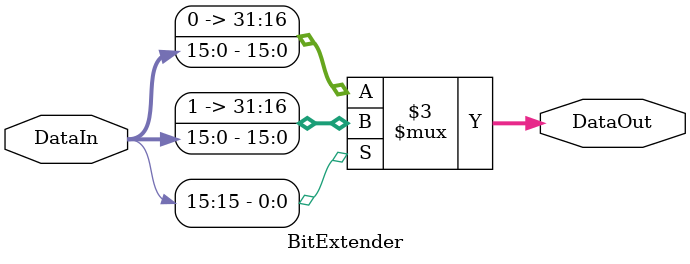
<source format=v>
module BitExtender (DataIn, DataOut); //Extensor de bits de 16 para 32

	input [15:0] DataIn;
	output reg [31:0] DataOut;


	always @ (*)
		begin
			if(DataIn[15])
				DataOut = {{16{1'b1}}, DataIn};
			else
				DataOut = {{16{1'b0}}, DataIn};
		end


endmodule
</source>
